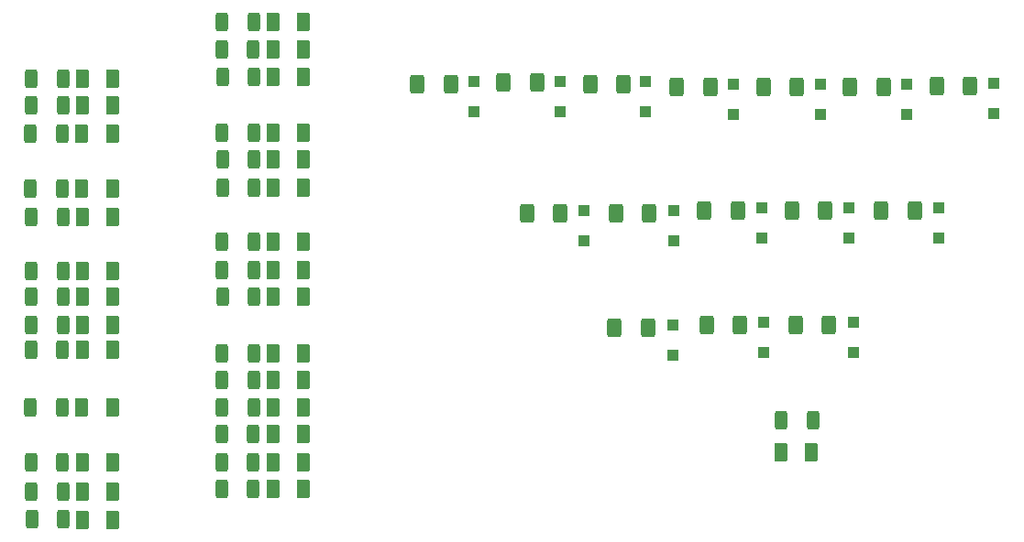
<source format=gbr>
%TF.GenerationSoftware,KiCad,Pcbnew,7.0.7*%
%TF.CreationDate,2024-08-30T11:48:45-05:00*%
%TF.ProjectId,Module_RPI,4d6f6475-6c65-45f5-9250-492e6b696361,rev?*%
%TF.SameCoordinates,Original*%
%TF.FileFunction,Paste,Top*%
%TF.FilePolarity,Positive*%
%FSLAX46Y46*%
G04 Gerber Fmt 4.6, Leading zero omitted, Abs format (unit mm)*
G04 Created by KiCad (PCBNEW 7.0.7) date 2024-08-30 11:48:45*
%MOMM*%
%LPD*%
G01*
G04 APERTURE LIST*
G04 Aperture macros list*
%AMRoundRect*
0 Rectangle with rounded corners*
0 $1 Rounding radius*
0 $2 $3 $4 $5 $6 $7 $8 $9 X,Y pos of 4 corners*
0 Add a 4 corners polygon primitive as box body*
4,1,4,$2,$3,$4,$5,$6,$7,$8,$9,$2,$3,0*
0 Add four circle primitives for the rounded corners*
1,1,$1+$1,$2,$3*
1,1,$1+$1,$4,$5*
1,1,$1+$1,$6,$7*
1,1,$1+$1,$8,$9*
0 Add four rect primitives between the rounded corners*
20,1,$1+$1,$2,$3,$4,$5,0*
20,1,$1+$1,$4,$5,$6,$7,0*
20,1,$1+$1,$6,$7,$8,$9,0*
20,1,$1+$1,$8,$9,$2,$3,0*%
G04 Aperture macros list end*
%ADD10RoundRect,0.250000X-0.375000X-0.625000X0.375000X-0.625000X0.375000X0.625000X-0.375000X0.625000X0*%
%ADD11RoundRect,0.250000X0.312500X0.625000X-0.312500X0.625000X-0.312500X-0.625000X0.312500X-0.625000X0*%
%ADD12RoundRect,0.250000X0.400000X0.625000X-0.400000X0.625000X-0.400000X-0.625000X0.400000X-0.625000X0*%
%ADD13RoundRect,0.250000X-0.300000X0.300000X-0.300000X-0.300000X0.300000X-0.300000X0.300000X0.300000X0*%
%ADD14RoundRect,0.250000X0.375000X0.625000X-0.375000X0.625000X-0.375000X-0.625000X0.375000X-0.625000X0*%
G04 APERTURE END LIST*
D10*
%TO.C,D42*%
X75700000Y-120600000D03*
X78500000Y-120600000D03*
%TD*%
D11*
%TO.C,R53*%
X56325000Y-113000000D03*
X53400000Y-113000000D03*
%TD*%
%TO.C,R43*%
X73862500Y-123100000D03*
X70937500Y-123100000D03*
%TD*%
%TO.C,R55*%
X56225000Y-120600000D03*
X53300000Y-120600000D03*
%TD*%
D10*
%TO.C,D38*%
X75700000Y-107900000D03*
X78500000Y-107900000D03*
%TD*%
%TO.C,D45*%
X75700000Y-128200000D03*
X78500000Y-128200000D03*
%TD*%
D12*
%TO.C,R15*%
X110450000Y-102700000D03*
X107350000Y-102700000D03*
%TD*%
D10*
%TO.C,D36*%
X75700000Y-100300000D03*
X78500000Y-100300000D03*
%TD*%
%TO.C,D41*%
X75700000Y-118100000D03*
X78500000Y-118100000D03*
%TD*%
D11*
%TO.C,R44*%
X73862500Y-125700000D03*
X70937500Y-125700000D03*
%TD*%
D10*
%TO.C,D32*%
X75700000Y-85000000D03*
X78500000Y-85000000D03*
%TD*%
%TO.C,D43*%
X75700000Y-123100000D03*
X78500000Y-123100000D03*
%TD*%
D11*
%TO.C,R31*%
X125562500Y-121800000D03*
X122637500Y-121800000D03*
%TD*%
D10*
%TO.C,D33*%
X75700000Y-90100000D03*
X78500000Y-90100000D03*
%TD*%
D12*
%TO.C,R30*%
X127060000Y-112990000D03*
X123960000Y-112990000D03*
%TD*%
D10*
%TO.C,D57*%
X58100000Y-128400000D03*
X60900000Y-128400000D03*
%TD*%
%TO.C,D37*%
X75700000Y-105300000D03*
X78500000Y-105300000D03*
%TD*%
D11*
%TO.C,R34*%
X73900000Y-95200000D03*
X70975000Y-95200000D03*
%TD*%
D10*
%TO.C,D39*%
X75700000Y-110400000D03*
X78500000Y-110400000D03*
%TD*%
D11*
%TO.C,R51*%
X56325000Y-108000000D03*
X53400000Y-108000000D03*
%TD*%
%TO.C,R54*%
X56262500Y-115300000D03*
X53337500Y-115300000D03*
%TD*%
%TO.C,R39*%
X73962500Y-110400000D03*
X71037500Y-110400000D03*
%TD*%
D12*
%TO.C,R9*%
X132100000Y-90950000D03*
X129000000Y-90950000D03*
%TD*%
D11*
%TO.C,R38*%
X73925000Y-107900000D03*
X71000000Y-107900000D03*
%TD*%
%TO.C,R58*%
X56332500Y-130980000D03*
X53407500Y-130980000D03*
%TD*%
%TO.C,R52*%
X56325000Y-110400000D03*
X53400000Y-110400000D03*
%TD*%
D12*
%TO.C,R18*%
X118600000Y-102400000D03*
X115500000Y-102400000D03*
%TD*%
D11*
%TO.C,R35*%
X73962500Y-97700000D03*
X71037500Y-97700000D03*
%TD*%
D13*
%TO.C,D5*%
X118250000Y-90730000D03*
X118250000Y-93530000D03*
%TD*%
D11*
%TO.C,R50*%
X56325000Y-103000000D03*
X53400000Y-103000000D03*
%TD*%
D12*
%TO.C,R3*%
X92100000Y-90700000D03*
X89000000Y-90700000D03*
%TD*%
%TO.C,R22*%
X126700000Y-102400000D03*
X123600000Y-102400000D03*
%TD*%
D10*
%TO.C,D40*%
X75700000Y-115600000D03*
X78500000Y-115600000D03*
%TD*%
D11*
%TO.C,R32*%
X73900000Y-85000000D03*
X70975000Y-85000000D03*
%TD*%
D12*
%TO.C,R7*%
X124100000Y-90950000D03*
X121000000Y-90950000D03*
%TD*%
D10*
%TO.C,D51*%
X58100000Y-108000000D03*
X60900000Y-108000000D03*
%TD*%
D12*
%TO.C,R25*%
X110350000Y-113240000D03*
X107250000Y-113240000D03*
%TD*%
D11*
%TO.C,R56*%
X56262500Y-125700000D03*
X53337500Y-125700000D03*
%TD*%
D10*
%TO.C,D34*%
X75675000Y-95200000D03*
X78475000Y-95200000D03*
%TD*%
D11*
%TO.C,R40*%
X73925000Y-115600000D03*
X71000000Y-115600000D03*
%TD*%
D13*
%TO.C,D15*%
X142250000Y-90660000D03*
X142250000Y-93460000D03*
%TD*%
D10*
%TO.C,D52*%
X58100000Y-110400000D03*
X60900000Y-110400000D03*
%TD*%
D11*
%TO.C,R45*%
X73867500Y-128200000D03*
X70942500Y-128200000D03*
%TD*%
D10*
%TO.C,D50*%
X58100000Y-103000000D03*
X60900000Y-103000000D03*
%TD*%
D12*
%TO.C,R27*%
X118850000Y-112990000D03*
X115750000Y-112990000D03*
%TD*%
D13*
%TO.C,D8*%
X134250000Y-90730000D03*
X134250000Y-93530000D03*
%TD*%
%TO.C,D21*%
X128900000Y-102150000D03*
X128900000Y-104950000D03*
%TD*%
D11*
%TO.C,R33*%
X73962500Y-90100000D03*
X71037500Y-90100000D03*
%TD*%
D12*
%TO.C,R4*%
X100100000Y-90600000D03*
X97000000Y-90600000D03*
%TD*%
D10*
%TO.C,D30*%
X75700000Y-87500000D03*
X78500000Y-87500000D03*
%TD*%
D13*
%TO.C,D3*%
X102250000Y-90480000D03*
X102250000Y-93280000D03*
%TD*%
%TO.C,D2*%
X94250000Y-90480000D03*
X94250000Y-93280000D03*
%TD*%
%TO.C,D22*%
X137150000Y-102150000D03*
X137150000Y-104950000D03*
%TD*%
D10*
%TO.C,D54*%
X58100000Y-115300000D03*
X60900000Y-115300000D03*
%TD*%
%TO.C,D35*%
X75700000Y-97700000D03*
X78500000Y-97700000D03*
%TD*%
%TO.C,D48*%
X58062500Y-95300000D03*
X60862500Y-95300000D03*
%TD*%
D11*
%TO.C,R42*%
X73925000Y-120600000D03*
X71000000Y-120600000D03*
%TD*%
D13*
%TO.C,D24*%
X112600000Y-112990000D03*
X112600000Y-115790000D03*
%TD*%
D11*
%TO.C,R36*%
X73962500Y-100300000D03*
X71037500Y-100300000D03*
%TD*%
D14*
%TO.C,D31*%
X125437500Y-124800000D03*
X122637500Y-124800000D03*
%TD*%
D10*
%TO.C,D47*%
X58100000Y-92700000D03*
X60900000Y-92700000D03*
%TD*%
D11*
%TO.C,R48*%
X56225000Y-95300000D03*
X53300000Y-95300000D03*
%TD*%
%TO.C,R37*%
X73900000Y-105300000D03*
X70975000Y-105300000D03*
%TD*%
D13*
%TO.C,D17*%
X120850000Y-102150000D03*
X120850000Y-104950000D03*
%TD*%
D11*
%TO.C,R49*%
X56225000Y-100400000D03*
X53300000Y-100400000D03*
%TD*%
D12*
%TO.C,R17*%
X102250000Y-102700000D03*
X99150000Y-102700000D03*
%TD*%
D13*
%TO.C,D29*%
X129300000Y-112740000D03*
X129300000Y-115540000D03*
%TD*%
%TO.C,D16*%
X104450000Y-102450000D03*
X104450000Y-105250000D03*
%TD*%
%TO.C,D14*%
X112700000Y-102450000D03*
X112700000Y-105250000D03*
%TD*%
D11*
%TO.C,R46*%
X56300000Y-90200000D03*
X53375000Y-90200000D03*
%TD*%
D10*
%TO.C,D56*%
X58100000Y-125700000D03*
X60900000Y-125700000D03*
%TD*%
D11*
%TO.C,R41*%
X73925000Y-118100000D03*
X71000000Y-118100000D03*
%TD*%
D12*
%TO.C,R16*%
X140100000Y-90880000D03*
X137000000Y-90880000D03*
%TD*%
D10*
%TO.C,D46*%
X58100000Y-90200000D03*
X60900000Y-90200000D03*
%TD*%
D11*
%TO.C,R57*%
X56325000Y-128400000D03*
X53400000Y-128400000D03*
%TD*%
%TO.C,R47*%
X56300000Y-92700000D03*
X53375000Y-92700000D03*
%TD*%
D10*
%TO.C,D53*%
X58100000Y-113000000D03*
X60900000Y-113000000D03*
%TD*%
%TO.C,D44*%
X75700000Y-125700000D03*
X78500000Y-125700000D03*
%TD*%
%TO.C,D58*%
X58100000Y-131000000D03*
X60900000Y-131000000D03*
%TD*%
D13*
%TO.C,D26*%
X121050000Y-112740000D03*
X121050000Y-115540000D03*
%TD*%
D10*
%TO.C,D55*%
X58062500Y-120600000D03*
X60862500Y-120600000D03*
%TD*%
D13*
%TO.C,D4*%
X110100000Y-90480000D03*
X110100000Y-93280000D03*
%TD*%
D12*
%TO.C,R5*%
X108100000Y-90700000D03*
X105000000Y-90700000D03*
%TD*%
D13*
%TO.C,D6*%
X126222500Y-90730000D03*
X126222500Y-93530000D03*
%TD*%
D12*
%TO.C,R6*%
X116100000Y-90950000D03*
X113000000Y-90950000D03*
%TD*%
D11*
%TO.C,R2*%
X73862500Y-87500000D03*
X70937500Y-87500000D03*
%TD*%
D12*
%TO.C,R23*%
X134950000Y-102400000D03*
X131850000Y-102400000D03*
%TD*%
D10*
%TO.C,D49*%
X58062500Y-100400000D03*
X60862500Y-100400000D03*
%TD*%
M02*

</source>
